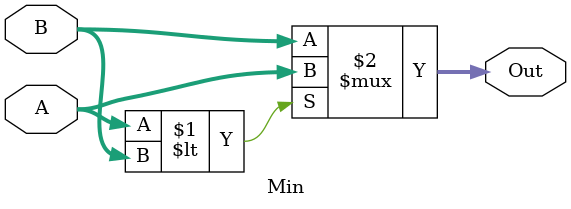
<source format=v>
module Min(A,B,Out);
input [3:0] A,B;
output [3:0] Out;
assign Out = (A<B)? A : B;
endmodule

</source>
